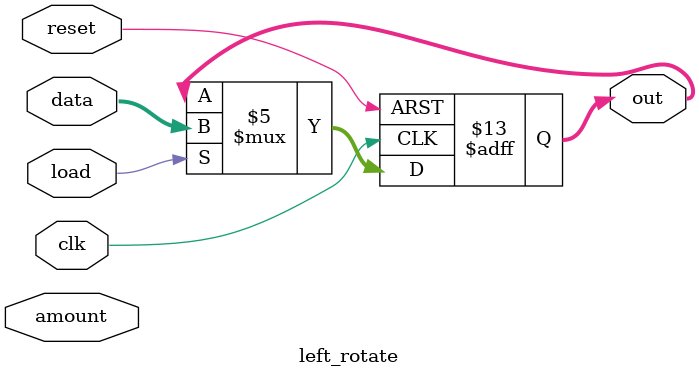
<source format=v>
module left_rotate(clk,reset,amount,data,load,out);
input clk,reset;
input [2:0] amount;
input [7:0] data;
input load;
output reg [7:0] out;
// when load is high, load data to out
// left shift and rotate the register out by amount bits
integer i,counter;
always @(posedge clk, posedge reset)
begin
if(reset)
out<=0;
else if(load)
out<=data;
// rotate the number (left shift)
else begin
out<=#1 {out[7],out};
//reset the counter when done
if(out)
counter <=0;
else
counter <=counter+1;
end
end
endmodule

</source>
